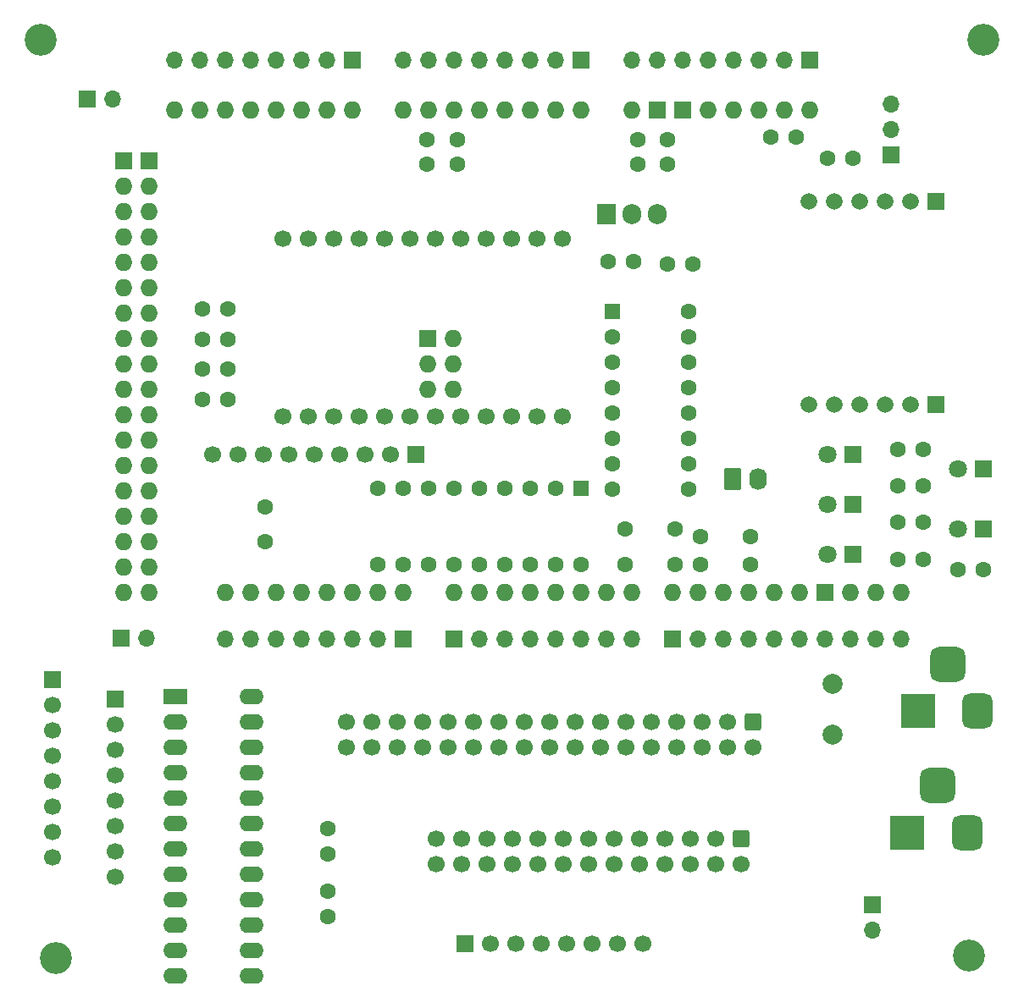
<source format=gbr>
G04 #@! TF.GenerationSoftware,KiCad,Pcbnew,9.0.7*
G04 #@! TF.CreationDate,2026-01-29T05:12:38+10:00*
G04 #@! TF.ProjectId,Jet Ranger DUE Prod Radio Controller,4a657420-5261-46e6-9765-722044554520,rev?*
G04 #@! TF.SameCoordinates,Original*
G04 #@! TF.FileFunction,Soldermask,Bot*
G04 #@! TF.FilePolarity,Negative*
%FSLAX46Y46*%
G04 Gerber Fmt 4.6, Leading zero omitted, Abs format (unit mm)*
G04 Created by KiCad (PCBNEW 9.0.7) date 2026-01-29 05:12:38*
%MOMM*%
%LPD*%
G01*
G04 APERTURE LIST*
G04 Aperture macros list*
%AMRoundRect*
0 Rectangle with rounded corners*
0 $1 Rounding radius*
0 $2 $3 $4 $5 $6 $7 $8 $9 X,Y pos of 4 corners*
0 Add a 4 corners polygon primitive as box body*
4,1,4,$2,$3,$4,$5,$6,$7,$8,$9,$2,$3,0*
0 Add four circle primitives for the rounded corners*
1,1,$1+$1,$2,$3*
1,1,$1+$1,$4,$5*
1,1,$1+$1,$6,$7*
1,1,$1+$1,$8,$9*
0 Add four rect primitives between the rounded corners*
20,1,$1+$1,$2,$3,$4,$5,0*
20,1,$1+$1,$4,$5,$6,$7,0*
20,1,$1+$1,$6,$7,$8,$9,0*
20,1,$1+$1,$8,$9,$2,$3,0*%
G04 Aperture macros list end*
%ADD10C,1.600000*%
%ADD11C,3.200000*%
%ADD12R,1.700000X1.700000*%
%ADD13O,1.700000X1.700000*%
%ADD14R,2.400000X1.600000*%
%ADD15O,2.400000X1.600000*%
%ADD16RoundRect,0.250000X-0.620000X-0.845000X0.620000X-0.845000X0.620000X0.845000X-0.620000X0.845000X0*%
%ADD17O,1.740000X2.190000*%
%ADD18R,1.800000X1.800000*%
%ADD19C,1.800000*%
%ADD20R,3.500000X3.500000*%
%ADD21RoundRect,0.750000X0.750000X1.000000X-0.750000X1.000000X-0.750000X-1.000000X0.750000X-1.000000X0*%
%ADD22RoundRect,0.875000X0.875000X0.875000X-0.875000X0.875000X-0.875000X-0.875000X0.875000X-0.875000X0*%
%ADD23C,1.700000*%
%ADD24RoundRect,0.250000X-0.550000X-0.550000X0.550000X-0.550000X0.550000X0.550000X-0.550000X0.550000X0*%
%ADD25RoundRect,0.250000X-0.550000X0.550000X-0.550000X-0.550000X0.550000X-0.550000X0.550000X0.550000X0*%
%ADD26C,2.000000*%
%ADD27R,1.905000X2.000000*%
%ADD28O,1.905000X2.000000*%
%ADD29R,1.665000X1.665000*%
%ADD30C,1.665000*%
%ADD31RoundRect,0.250000X-0.600000X0.600000X-0.600000X-0.600000X0.600000X-0.600000X0.600000X0.600000X0*%
%ADD32O,1.727200X1.727200*%
%ADD33R,1.727200X1.727200*%
G04 APERTURE END LIST*
D10*
X70940000Y-51500000D03*
X70940000Y-49000000D03*
D11*
X126589800Y-39032100D03*
D10*
X103250000Y-91500000D03*
X98250000Y-91500000D03*
D12*
X63500000Y-41046400D03*
D13*
X60960000Y-41046400D03*
X58420000Y-41046400D03*
X55880000Y-41046400D03*
X53340000Y-41046400D03*
X50800000Y-41046400D03*
X48260000Y-41046400D03*
X45720000Y-41046400D03*
D14*
X45750000Y-104750000D03*
D15*
X45750000Y-107290000D03*
X45750000Y-109830000D03*
X45750000Y-112370000D03*
X45750000Y-114910000D03*
X45750000Y-117450000D03*
X45750000Y-119990000D03*
X45750000Y-122530000D03*
X45750000Y-125070000D03*
X45750000Y-127610000D03*
X45750000Y-130150000D03*
X45750000Y-132690000D03*
X53370000Y-132690000D03*
X53370000Y-130150000D03*
X53370000Y-127610000D03*
X53370000Y-125070000D03*
X53370000Y-122530000D03*
X53370000Y-119990000D03*
X53370000Y-117450000D03*
X53370000Y-114910000D03*
X53370000Y-112370000D03*
X53370000Y-109830000D03*
X53370000Y-107290000D03*
X53370000Y-104750000D03*
D12*
X117298000Y-50550000D03*
D13*
X117298000Y-48010000D03*
X117298000Y-45470000D03*
D12*
X86360000Y-41046400D03*
D13*
X83820000Y-41046400D03*
X81280000Y-41046400D03*
X78740000Y-41046400D03*
X76200000Y-41046400D03*
X73660000Y-41046400D03*
X71120000Y-41046400D03*
X68580000Y-41046400D03*
D16*
X101500000Y-83000000D03*
D17*
X104040000Y-83000000D03*
D10*
X51040000Y-72000000D03*
X48500000Y-72000000D03*
D18*
X126540000Y-88000000D03*
D19*
X124000000Y-88000000D03*
D10*
X61000000Y-117960000D03*
X61000000Y-120500000D03*
X118000000Y-83666700D03*
X120540000Y-83666700D03*
X51040000Y-66000000D03*
X48500000Y-66000000D03*
X118000000Y-80000000D03*
X120540000Y-80000000D03*
D11*
X32300000Y-39000000D03*
D12*
X37000000Y-45000000D03*
D13*
X39540000Y-45000000D03*
D20*
X118949000Y-118350000D03*
D21*
X124949000Y-118350000D03*
D22*
X121949000Y-113650000D03*
D12*
X74720000Y-129500000D03*
D23*
X77260000Y-129500000D03*
X79800000Y-129500000D03*
X82340000Y-129500000D03*
X84880000Y-129500000D03*
X87420000Y-129500000D03*
X89960000Y-129500000D03*
X92500000Y-129500000D03*
D24*
X89515000Y-66250000D03*
D10*
X89515000Y-68790000D03*
X89515000Y-71330000D03*
X89515000Y-73870000D03*
X89515000Y-76410000D03*
X89515000Y-78950000D03*
X89515000Y-81490000D03*
X89515000Y-84030000D03*
X97135000Y-84030000D03*
X97135000Y-81490000D03*
X97135000Y-78950000D03*
X97135000Y-76410000D03*
X97135000Y-73870000D03*
X97135000Y-71330000D03*
X97135000Y-68790000D03*
X97135000Y-66250000D03*
D11*
X125101000Y-130612200D03*
D10*
X73950000Y-51500000D03*
X73950000Y-49000000D03*
D18*
X113500000Y-85500000D03*
D19*
X110960000Y-85500000D03*
D10*
X54750000Y-85750000D03*
X54750000Y-89250000D03*
D18*
X126540000Y-82000000D03*
D19*
X124000000Y-82000000D03*
D25*
X86320000Y-83880000D03*
D10*
X83780000Y-83880000D03*
X81240000Y-83880000D03*
X78700000Y-83880000D03*
X76160000Y-83880000D03*
X73620000Y-83880000D03*
X71080000Y-83880000D03*
X68540000Y-83880000D03*
X66000000Y-83880000D03*
X66000000Y-91500000D03*
X68540000Y-91500000D03*
X71080000Y-91500000D03*
X73620000Y-91500000D03*
X76160000Y-91500000D03*
X78700000Y-91500000D03*
X81240000Y-91500000D03*
X83780000Y-91500000D03*
X86320000Y-91500000D03*
X51040000Y-69000000D03*
X48500000Y-69000000D03*
X51000000Y-75000000D03*
X48460000Y-75000000D03*
X118000000Y-87333300D03*
X120540000Y-87333300D03*
X124000000Y-92000000D03*
X126540000Y-92000000D03*
D26*
X111490000Y-108580000D03*
X111500000Y-103500000D03*
D12*
X68580000Y-98958400D03*
D13*
X66040000Y-98958400D03*
X63500000Y-98958400D03*
X60960000Y-98958400D03*
X58420000Y-98958400D03*
X55880000Y-98958400D03*
X53340000Y-98958400D03*
X50800000Y-98958400D03*
D12*
X33500000Y-103000000D03*
D23*
X33500000Y-105540000D03*
X33500000Y-108080000D03*
X33500000Y-110620000D03*
X33500000Y-113160000D03*
X33500000Y-115700000D03*
X33500000Y-118240000D03*
X33500000Y-120780000D03*
D10*
X94960000Y-61500000D03*
X97500000Y-61500000D03*
D27*
X88920000Y-56500000D03*
D28*
X91460000Y-56500000D03*
X94000000Y-56500000D03*
D11*
X33851800Y-130929500D03*
D29*
X121809000Y-55183300D03*
D30*
X119269000Y-55183300D03*
X116729000Y-55183300D03*
X114189000Y-55183300D03*
X111649000Y-55183300D03*
X109109000Y-55183300D03*
D29*
X121809000Y-75503300D03*
D30*
X119269000Y-75503300D03*
X116729000Y-75503300D03*
X114189000Y-75503300D03*
X111649000Y-75503300D03*
X109109000Y-75503300D03*
D18*
X113500000Y-90500000D03*
D19*
X110960000Y-90500000D03*
D10*
X118000000Y-91000000D03*
X120540000Y-91000000D03*
D12*
X109220000Y-41046400D03*
D13*
X106680000Y-41046400D03*
X104140000Y-41046400D03*
X101600000Y-41046400D03*
X99060000Y-41046400D03*
X96520000Y-41046400D03*
X93980000Y-41046400D03*
X91440000Y-41046400D03*
D10*
X95000000Y-51500000D03*
X95000000Y-49000000D03*
D12*
X115450000Y-125560000D03*
D13*
X115450000Y-128100000D03*
D10*
X61000000Y-126750000D03*
X61000000Y-124250000D03*
D23*
X56560000Y-76750000D03*
X59100000Y-76750000D03*
X61640000Y-76750000D03*
X64180000Y-76750000D03*
X66720000Y-76750000D03*
X69260000Y-76750000D03*
X71800000Y-76750000D03*
X74340000Y-76750000D03*
X76880000Y-76750000D03*
X79420000Y-76750000D03*
X81960000Y-76750000D03*
X84500000Y-76750000D03*
X84500000Y-58970000D03*
X81960000Y-58970000D03*
X79420000Y-58970000D03*
X76880000Y-58970000D03*
X74340000Y-58970000D03*
X71800000Y-58970000D03*
X69260000Y-58970000D03*
X66720000Y-58970000D03*
X64180000Y-58970000D03*
X61640000Y-58970000D03*
X59100000Y-58970000D03*
X56560000Y-58970000D03*
D10*
X110960000Y-50900000D03*
X113500000Y-50900000D03*
X89037500Y-61212500D03*
X91577500Y-61212500D03*
D31*
X103530000Y-107250000D03*
D23*
X103530000Y-109790000D03*
X100990000Y-107250000D03*
X100990000Y-109790000D03*
X98450000Y-107250000D03*
X98450000Y-109790000D03*
X95910000Y-107250000D03*
X95910000Y-109790000D03*
X93370000Y-107250000D03*
X93370000Y-109790000D03*
X90830000Y-107250000D03*
X90830000Y-109790000D03*
X88290000Y-107250000D03*
X88290000Y-109790000D03*
X85750000Y-107250000D03*
X85750000Y-109790000D03*
X83210000Y-107250000D03*
X83210000Y-109790000D03*
X80670000Y-107250000D03*
X80670000Y-109790000D03*
X78130000Y-107250000D03*
X78130000Y-109790000D03*
X75590000Y-107250000D03*
X75590000Y-109790000D03*
X73050000Y-107250000D03*
X73050000Y-109790000D03*
X70510000Y-107250000D03*
X70510000Y-109790000D03*
X67970000Y-107250000D03*
X67970000Y-109790000D03*
X65430000Y-107250000D03*
X65430000Y-109790000D03*
X62890000Y-107250000D03*
X62890000Y-109790000D03*
D10*
X105350000Y-48750000D03*
X107890000Y-48750000D03*
X91990000Y-51500000D03*
X91990000Y-49000000D03*
D12*
X39750000Y-105000000D03*
D23*
X39750000Y-107540000D03*
X39750000Y-110080000D03*
X39750000Y-112620000D03*
X39750000Y-115160000D03*
X39750000Y-117700000D03*
X39750000Y-120240000D03*
X39750000Y-122780000D03*
D18*
X113500000Y-80500000D03*
D19*
X110960000Y-80500000D03*
D10*
X103250000Y-88750000D03*
X98250000Y-88750000D03*
X95750000Y-88000000D03*
X90750000Y-88000000D03*
D12*
X69820000Y-80500000D03*
D23*
X67280000Y-80500000D03*
X64740000Y-80500000D03*
X62200000Y-80500000D03*
X59660000Y-80500000D03*
X57120000Y-80500000D03*
X54580000Y-80500000D03*
X52040000Y-80500000D03*
X49500000Y-80500000D03*
D20*
X120000000Y-106207500D03*
D21*
X126000000Y-106207500D03*
D22*
X123000000Y-101507500D03*
D12*
X95504000Y-98958400D03*
D13*
X98044000Y-98958400D03*
X100584000Y-98958400D03*
X103124000Y-98958400D03*
X105664000Y-98958400D03*
X108204000Y-98958400D03*
X110744000Y-98958400D03*
X113284000Y-98958400D03*
X115824000Y-98958400D03*
X118364000Y-98958400D03*
D31*
X102330000Y-119000000D03*
D23*
X102330000Y-121540000D03*
X99790000Y-119000000D03*
X99790000Y-121540000D03*
X97250000Y-119000000D03*
X97250000Y-121540000D03*
X94710000Y-119000000D03*
X94710000Y-121540000D03*
X92170000Y-119000000D03*
X92170000Y-121540000D03*
X89630000Y-119000000D03*
X89630000Y-121540000D03*
X87090000Y-119000000D03*
X87090000Y-121540000D03*
X84550000Y-119000000D03*
X84550000Y-121540000D03*
X82010000Y-119000000D03*
X82010000Y-121540000D03*
X79470000Y-119000000D03*
X79470000Y-121540000D03*
X76930000Y-119000000D03*
X76930000Y-121540000D03*
X74390000Y-119000000D03*
X74390000Y-121540000D03*
X71850000Y-119000000D03*
X71850000Y-121540000D03*
D10*
X95750000Y-91500000D03*
X90750000Y-91500000D03*
D12*
X40411400Y-98933000D03*
D13*
X42951400Y-98933000D03*
D12*
X73660000Y-98958400D03*
D13*
X76200000Y-98958400D03*
X78740000Y-98958400D03*
X81280000Y-98958400D03*
X83820000Y-98958400D03*
X86360000Y-98958400D03*
X88900000Y-98958400D03*
X91440000Y-98958400D03*
D32*
X109205000Y-46039300D03*
X101585000Y-46039300D03*
X99045000Y-46039300D03*
X70978000Y-73979300D03*
X43165000Y-94299300D03*
X40625000Y-94299300D03*
X86345000Y-46039300D03*
X83805000Y-46039300D03*
X81265000Y-46039300D03*
X78725000Y-46039300D03*
X76185000Y-46039300D03*
X73645000Y-46039300D03*
X71105000Y-46039300D03*
X68565000Y-46039300D03*
X63485000Y-46039300D03*
X60945000Y-46039300D03*
X58405000Y-46039300D03*
X55865000Y-46039300D03*
X113269000Y-94299300D03*
X48245000Y-46039300D03*
X45705000Y-46039300D03*
X73645000Y-94299300D03*
X76185000Y-94299300D03*
X78725000Y-94299300D03*
X81265000Y-94299300D03*
X83805000Y-94299300D03*
X86345000Y-94299300D03*
X88885000Y-94299300D03*
X91425000Y-94299300D03*
X95489000Y-94299300D03*
X98029000Y-94299300D03*
X100569000Y-94299300D03*
X103109000Y-94299300D03*
X105649000Y-94299300D03*
X108189000Y-94299300D03*
X68565000Y-94299300D03*
X66025000Y-94299300D03*
X63485000Y-94299300D03*
X60945000Y-94299300D03*
X58405000Y-94299300D03*
X55865000Y-94299300D03*
X53325000Y-94299300D03*
X50785000Y-94299300D03*
X43165000Y-91759300D03*
X40625000Y-91759300D03*
X43165000Y-89219300D03*
X40625000Y-89219300D03*
X43165000Y-86679300D03*
X40625000Y-86679300D03*
X43165000Y-84139300D03*
X40625000Y-84139300D03*
X43165000Y-81599300D03*
X40625000Y-81599300D03*
X43165000Y-79059300D03*
X40625000Y-79059300D03*
X43165000Y-76519300D03*
X40625000Y-76519300D03*
X43165000Y-73979300D03*
X40625000Y-73979300D03*
X43165000Y-71439300D03*
X40625000Y-71439300D03*
X43165000Y-68899300D03*
X40625000Y-68899300D03*
X43165000Y-66359300D03*
X40625000Y-66359300D03*
X43165000Y-63819300D03*
X40625000Y-63819300D03*
X43165000Y-61279300D03*
X40625000Y-61279300D03*
X43165000Y-58739300D03*
X40625000Y-58739300D03*
X43165000Y-56199300D03*
X40625000Y-56199300D03*
X43165000Y-53659300D03*
X40625000Y-53659300D03*
X53325000Y-46039300D03*
X50785000Y-46039300D03*
D33*
X110729000Y-94299300D03*
X96505000Y-46039300D03*
X93965000Y-46039300D03*
X70978000Y-68899300D03*
X43165000Y-51119300D03*
X40625000Y-51119300D03*
D32*
X106665000Y-46039300D03*
X73518000Y-73979300D03*
X70978000Y-71439300D03*
X104125000Y-46039300D03*
X73518000Y-68899300D03*
X73518000Y-71439300D03*
X118349000Y-94299300D03*
X115809000Y-94299300D03*
X91425000Y-46039300D03*
M02*

</source>
